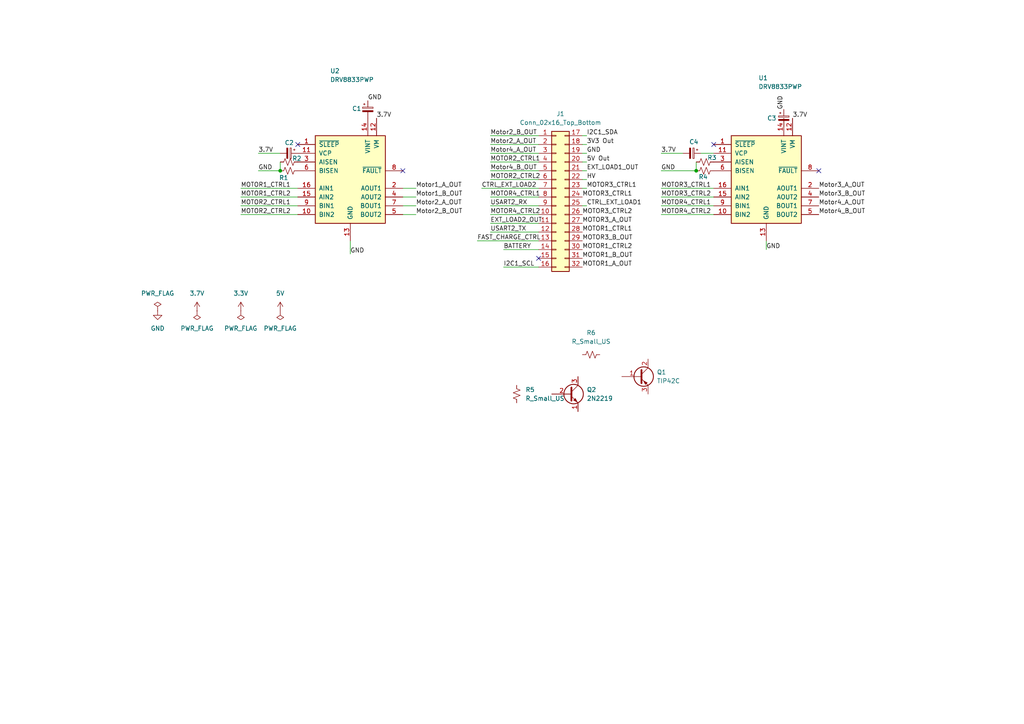
<source format=kicad_sch>
(kicad_sch (version 20231120) (generator "eeschema") (generator_version "8.0")
  (paper "A4")
  (lib_symbols
    (symbol "Connector_Generic:Conn_02x16_Top_Bottom" (pin_names (offset 1.016) hide)
      (property "Reference" "J" (at 1.27 20.32 0))
      (property "Value" "Conn_02x16_Top_Bottom" (at 1.27 -22.86 0))
      (symbol "Conn_02x16_Top_Bottom_1_1"
        (rectangle (start -1.27 -20.193) (end 0 -20.447) (stroke (width 0.1524)))
        (rectangle (start -1.27 -17.653) (end 0 -17.907) (stroke (width 0.1524)))
        (rectangle (start -1.27 -15.113) (end 0 -15.367) (stroke (width 0.1524)))
        (rectangle (start -1.27 -12.573) (end 0 -12.827) (stroke (width 0.1524)))
        (rectangle (start -1.27 -10.033) (end 0 -10.287) (stroke (width 0.1524)))
        (rectangle (start -1.27 -7.493) (end 0 -7.747) (stroke (width 0.1524)))
        (rectangle (start -1.27 -4.953) (end 0 -5.207) (stroke (width 0.1524)))
        (rectangle (start -1.27 -2.413) (end 0 -2.667) (stroke (width 0.1524)))
        (rectangle (start -1.27 0.127) (end 0 -0.127) (stroke (width 0.1524)))
        (rectangle (start -1.27 2.667) (end 0 2.413) (stroke (width 0.1524)))
        (rectangle (start -1.27 5.207) (end 0 4.953) (stroke (width 0.1524)))
        (rectangle (start -1.27 7.747) (end 0 7.493) (stroke (width 0.1524)))
        (rectangle (start -1.27 10.287) (end 0 10.033) (stroke (width 0.1524)))
        (rectangle (start -1.27 12.827) (end 0 12.573) (stroke (width 0.1524)))
        (rectangle (start -1.27 15.367) (end 0 15.113) (stroke (width 0.1524)))
        (rectangle (start -1.27 17.907) (end 0 17.653) (stroke (width 0.1524)))
        (rectangle (start -1.27 19.05) (end 3.81 -21.59) (stroke (width 0.254)) (fill (type background)))
        (rectangle (start 3.81 -20.193) (end 2.54 -20.447) (stroke (width 0.1524)))
        (rectangle (start 3.81 -17.653) (end 2.54 -17.907) (stroke (width 0.1524)))
        (rectangle (start 3.81 -15.113) (end 2.54 -15.367) (stroke (width 0.1524)))
        (rectangle (start 3.81 -12.573) (end 2.54 -12.827) (stroke (width 0.1524)))
        (rectangle (start 3.81 -10.033) (end 2.54 -10.287) (stroke (width 0.1524)))
        (rectangle (start 3.81 -7.493) (end 2.54 -7.747) (stroke (width 0.1524)))
        (rectangle (start 3.81 -4.953) (end 2.54 -5.207) (stroke (width 0.1524)))
        (rectangle (start 3.81 -2.413) (end 2.54 -2.667) (stroke (width 0.1524)))
        (rectangle (start 3.81 0.127) (end 2.54 -0.127) (stroke (width 0.1524)))
        (rectangle (start 3.81 2.667) (end 2.54 2.413) (stroke (width 0.1524)))
        (rectangle (start 3.81 5.207) (end 2.54 4.953) (stroke (width 0.1524)))
        (rectangle (start 3.81 7.747) (end 2.54 7.493) (stroke (width 0.1524)))
        (rectangle (start 3.81 10.287) (end 2.54 10.033) (stroke (width 0.1524)))
        (rectangle (start 3.81 12.827) (end 2.54 12.573) (stroke (width 0.1524)))
        (rectangle (start 3.81 15.367) (end 2.54 15.113) (stroke (width 0.1524)))
        (rectangle (start 3.81 17.907) (end 2.54 17.653) (stroke (width 0.1524)))
        (pin passive line (at -5.08 17.78 0) (length 3.81) (name "Pin_1") (number "1"))
        (pin passive line (at -5.08 -5.08 0) (length 3.81) (name "Pin_10") (number "10"))
        (pin passive line (at -5.08 -7.62 0) (length 3.81) (name "Pin_11") (number "11"))
        (pin passive line (at -5.08 -10.16 0) (length 3.81) (name "Pin_12") (number "12"))
        (pin passive line (at -5.08 -12.7 0) (length 3.81) (name "Pin_13") (number "13"))
        (pin passive line (at -5.08 -15.24 0) (length 3.81) (name "Pin_14") (number "14"))
        (pin passive line (at -5.08 -17.78 0) (length 3.81) (name "Pin_15") (number "15"))
        (pin passive line (at -5.08 -20.32 0) (length 3.81) (name "Pin_16") (number "16"))
        (pin passive line (at 7.62 17.78 180) (length 3.81) (name "Pin_17") (number "17"))
        (pin passive line (at 7.62 15.24 180) (length 3.81) (name "Pin_18") (number "18"))
        (pin passive line (at 7.62 12.7 180) (length 3.81) (name "Pin_19") (number "19"))
        (pin passive line (at -5.08 15.24 0) (length 3.81) (name "Pin_2") (number "2"))
        (pin passive line (at 7.62 10.16 180) (length 3.81) (name "Pin_20") (number "20"))
        (pin passive line (at 7.62 7.62 180) (length 3.81) (name "Pin_21") (number "21"))
        (pin passive line (at 7.62 5.08 180) (length 3.81) (name "Pin_22") (number "22"))
        (pin passive line (at 7.62 2.54 180) (length 3.81) (name "Pin_23") (number "23"))
        (pin passive line (at 7.62 0 180) (length 3.81) (name "Pin_24") (number "24"))
        (pin passive line (at 7.62 -2.54 180) (length 3.81) (name "Pin_25") (number "25"))
        (pin passive line (at 7.62 -5.08 180) (length 3.81) (name "Pin_26") (number "26"))
        (pin passive line (at 7.62 -7.62 180) (length 3.81) (name "Pin_27") (number "27"))
        (pin passive line (at 7.62 -10.16 180) (length 3.81) (name "Pin_28") (number "28"))
        (pin passive line (at 7.62 -12.7 180) (length 3.81) (name "Pin_29") (number "29"))
        (pin passive line (at -5.08 12.7 0) (length 3.81) (name "Pin_3") (number "3"))
        (pin passive line (at 7.62 -15.24 180) (length 3.81) (name "Pin_30") (number "30"))
        (pin passive line (at 7.62 -17.78 180) (length 3.81) (name "Pin_31") (number "31"))
        (pin passive line (at 7.62 -20.32 180) (length 3.81) (name "Pin_32") (number "32"))
        (pin passive line (at -5.08 10.16 0) (length 3.81) (name "Pin_4") (number "4"))
        (pin passive line (at -5.08 7.62 0) (length 3.81) (name "Pin_5") (number "5"))
        (pin passive line (at -5.08 5.08 0) (length 3.81) (name "Pin_6") (number "6"))
        (pin passive line (at -5.08 2.54 0) (length 3.81) (name "Pin_7") (number "7"))
        (pin passive line (at -5.08 0 0) (length 3.81) (name "Pin_8") (number "8"))
        (pin passive line (at -5.08 -2.54 0) (length 3.81) (name "Pin_9") (number "9"))
      )
    )
    (symbol "Device:C_Polarized_Small" (pin_numbers hide) (pin_names (offset 0.254) hide)
      (property "Reference" "C" (at 0.254 1.778 0))
      (property "Value" "C_Polarized_Small" (at 0.254 -2.032 0))
      (symbol "C_Polarized_Small_0_1"
        (rectangle (start -1.524 -0.3048) (end 1.524 -0.6858) (fill (type outline)))
        (rectangle (start -1.524 0.6858) (end 1.524 0.3048))
        (polyline (pts (xy -1.27 1.524) (xy -0.762 1.524)))
        (polyline (pts (xy -1.016 1.27) (xy -1.016 1.778)))
      )
      (symbol "C_Polarized_Small_1_1"
        (pin passive line (at 0 2.54 270) (length 1.8542) (name "~") (number "1"))
        (pin passive line (at 0 -2.54 90) (length 1.8542) (name "~") (number "2"))
      )
    )
    (symbol "Device:R_Small_US" (pin_numbers hide) (pin_names (offset 0.254) hide)
      (property "Reference" "R" (at 0.762 0.508 0))
      (property "Value" "R_Small_US" (at 0.762 -1.016 0))
      (symbol "R_Small_US_1_1"
        (polyline (pts (xy 0 0) (xy 1.016 -0.381) (xy 0 -0.762) (xy -1.016 -1.143) (xy 0 -1.524)))
        (polyline (pts (xy 0 1.524) (xy 1.016 1.143) (xy 0 0.762) (xy -1.016 0.381) (xy 0 0)))
        (pin passive line (at 0 2.54 270) (length 1.016) (name "~") (number "1"))
        (pin passive line (at 0 -2.54 90) (length 1.016) (name "~") (number "2"))
      )
    )
    (symbol "Driver_Motor:DRV8833PWP" (pin_names (offset 1.016))
      (property "Reference" "U" (at -3.81 16.51 0))
      (property "Value" "DRV8833PWP" (at -3.81 13.97 0))
      (symbol "DRV8833PWP_0_1"
        (rectangle (start -10.16 12.7) (end 10.16 -12.7) (stroke (width 0.254)) (fill (type background)))
      )
      (symbol "DRV8833PWP_1_1"
        (pin input line (at -15.24 10.16 0) (length 5.08) (name "~{SLEEP}") (number "1"))
        (pin input line (at -15.24 -10.16 0) (length 5.08) (name "BIN2") (number "10"))
        (pin bidirectional line (at -15.24 7.62 0) (length 5.08) (name "VCP") (number "11"))
        (pin power_in line (at 7.62 17.78 270) (length 5.08) (name "VM") (number "12"))
        (pin power_in line (at 0 -17.78 90) (length 5.08) (name "GND") (number "13"))
        (pin power_in line (at 5.08 17.78 270) (length 5.08) (name "VINT") (number "14"))
        (pin input line (at -15.24 -5.08 0) (length 5.08) (name "AIN2") (number "15"))
        (pin input line (at -15.24 -2.54 0) (length 5.08) (name "AIN1") (number "16"))
        (pin passive line (at 0 -17.78 90) (length 5.08) hide (name "GND") (number "17"))
        (pin power_out line (at 15.24 -2.54 180) (length 5.08) (name "AOUT1") (number "2"))
        (pin bidirectional line (at -15.24 5.08 0) (length 5.08) (name "AISEN") (number "3"))
        (pin power_out line (at 15.24 -5.08 180) (length 5.08) (name "AOUT2") (number "4"))
        (pin power_out line (at 15.24 -10.16 180) (length 5.08) (name "BOUT2") (number "5"))
        (pin bidirectional line (at -15.24 2.54 0) (length 5.08) (name "BISEN") (number "6"))
        (pin power_out line (at 15.24 -7.62 180) (length 5.08) (name "BOUT1") (number "7"))
        (pin open_collector line (at 15.24 2.54 180) (length 5.08) (name "~{FAULT}") (number "8"))
        (pin input line (at -15.24 -7.62 0) (length 5.08) (name "BIN1") (number "9"))
      )
    )
    (symbol "Transistor_BJT:2N2219" (pin_names (offset 0) hide)
      (property "Reference" "Q" (at 5.08 1.905 0))
      (property "Value" "2N2219" (at 5.08 0 0))
      (symbol "2N2219_0_1"
        (polyline (pts (xy 0.635 0.635) (xy 2.54 2.54)))
        (polyline (pts (xy 0.635 -0.635) (xy 2.54 -2.54) (xy 2.54 -2.54)))
        (polyline (pts (xy 0.635 1.905) (xy 0.635 -1.905) (xy 0.635 -1.905)) (stroke (width 0.508)))
        (polyline (pts (xy 1.27 -1.778) (xy 1.778 -1.27) (xy 2.286 -2.286) (xy 1.27 -1.778) (xy 1.27 -1.778)) (fill (type outline)))
        (circle (center 1.27 0) (radius 2.8194) (stroke (width 0.254)))
      )
      (symbol "2N2219_1_1"
        (pin passive line (at 2.54 -5.08 90) (length 2.54) (name "E") (number "1"))
        (pin passive line (at -5.08 0 0) (length 5.715) (name "B") (number "2"))
        (pin passive line (at 2.54 5.08 270) (length 2.54) (name "C") (number "3"))
      )
    )
    (symbol "Transistor_BJT:TIP42C" (pin_names (offset 0) hide)
      (property "Reference" "Q" (at 6.35 1.905 0))
      (property "Value" "TIP42C" (at 6.35 0 0))
      (symbol "TIP42C_0_1"
        (polyline (pts (xy 0.635 0.635) (xy 2.54 2.54)))
        (polyline (pts (xy 0.635 -0.635) (xy 2.54 -2.54) (xy 2.54 -2.54)))
        (polyline (pts (xy 0.635 1.905) (xy 0.635 -1.905) (xy 0.635 -1.905)) (stroke (width 0.508)))
        (polyline (pts (xy 2.286 -1.778) (xy 1.778 -2.286) (xy 1.27 -1.27) (xy 2.286 -1.778) (xy 2.286 -1.778)) (fill (type outline)))
        (circle (center 1.27 0) (radius 2.8194) (stroke (width 0.254)))
      )
      (symbol "TIP42C_1_1"
        (pin input line (at -5.08 0 0) (length 5.715) (name "B") (number "1"))
        (pin passive line (at 2.54 5.08 270) (length 2.54) (name "C") (number "2"))
        (pin passive line (at 2.54 -5.08 90) (length 2.54) (name "E") (number "3"))
      )
    )
    (symbol "power:GND" (power) (pin_numbers hide) (pin_names (offset 0) hide)
      (property "Value" "GND" (at 0 -3.81 0))
      (symbol "GND_0_1"
        (polyline (pts (xy 0 0) (xy 0 -1.27) (xy 1.27 -1.27) (xy 0 -2.54) (xy -1.27 -1.27) (xy 0 -1.27)))
      )
      (symbol "GND_1_1"
        (pin power_in line (at 0 0 270) (length 0) (name "~") (number "1"))
      )
    )
    (symbol "power:PWR_FLAG" (power) (pin_numbers hide) (pin_names (offset 0) hide)
      (property "Value" "PWR_FLAG" (at 0 3.81 0))
      (symbol "PWR_FLAG_0_0"
        (pin power_out line (at 0 0 90) (length 0) (name "~") (number "1"))
      )
      (symbol "PWR_FLAG_0_1"
        (polyline (pts (xy 0 0) (xy 0 1.27) (xy -1.016 1.905) (xy 0 2.54) (xy 1.016 1.905) (xy 0 1.27)))
      )
    )
    (symbol "power:VCC" (power) (pin_numbers hide) (pin_names (offset 0) hide)
      (property "Value" "VCC" (at 0 3.556 0))
      (symbol "VCC_0_1"
        (polyline (pts (xy -0.762 1.27) (xy 0 2.54)))
        (polyline (pts (xy 0 0) (xy 0 2.54)))
        (polyline (pts (xy 0 2.54) (xy 0.762 1.27)))
      )
      (symbol "VCC_1_1"
        (pin power_in line (at 0 0 90) (length 0) (name "~") (number "1"))
      )
    )
  )
  (junction (at 201.93 49.53))
  (junction (at 81.28 49.53))
  (no_connect (at 116.84 49.53))
  (no_connect (at 156.21 74.93))
  (no_connect (at 86.36 41.91))
  (no_connect (at 207.01 41.91))
  (no_connect (at 237.49 49.53))
  (wire (pts (xy 74.93 49.53) (xy 81.28 49.53)))
  (wire (pts (xy 142.24 64.77) (xy 156.21 64.77)))
  (wire (pts (xy 170.18 41.91) (xy 168.91 41.91)))
  (wire (pts (xy 146.05 72.39) (xy 156.21 72.39)))
  (wire (pts (xy 203.2 44.45) (xy 207.01 44.45)))
  (wire (pts (xy 142.24 59.69) (xy 156.21 59.69)))
  (wire (pts (xy 201.93 46.99) (xy 201.93 49.53)))
  (wire (pts (xy 142.24 46.99) (xy 156.21 46.99)))
  (wire (pts (xy 142.24 39.37) (xy 156.21 39.37)))
  (wire (pts (xy 69.85 54.61) (xy 86.36 54.61)))
  (wire (pts (xy 191.77 57.15) (xy 207.01 57.15)))
  (wire (pts (xy 142.24 57.15) (xy 156.21 57.15)))
  (wire (pts (xy 138.43 69.85) (xy 156.21 69.85)))
  (wire (pts (xy 191.77 44.45) (xy 198.12 44.45)))
  (wire (pts (xy 139.7 54.61) (xy 156.21 54.61)))
  (wire (pts (xy 69.85 59.69) (xy 86.36 59.69)))
  (wire (pts (xy 120.65 54.61) (xy 116.84 54.61)))
  (wire (pts (xy 74.93 44.45) (xy 81.28 44.45)))
  (wire (pts (xy 170.18 54.61) (xy 168.91 54.61)))
  (wire (pts (xy 142.24 62.23) (xy 156.21 62.23)))
  (wire (pts (xy 222.25 72.39) (xy 222.25 69.85)))
  (wire (pts (xy 142.24 67.31) (xy 156.21 67.31)))
  (wire (pts (xy 142.24 49.53) (xy 156.21 49.53)))
  (wire (pts (xy 227.33 36.83) (xy 227.33 34.29)))
  (wire (pts (xy 170.18 52.07) (xy 168.91 52.07)))
  (wire (pts (xy 101.6 73.66) (xy 101.6 69.85)))
  (wire (pts (xy 120.65 59.69) (xy 116.84 59.69)))
  (wire (pts (xy 81.28 46.99) (xy 81.28 49.53)))
  (wire (pts (xy 69.85 57.15) (xy 86.36 57.15)))
  (wire (pts (xy 191.77 62.23) (xy 207.01 62.23)))
  (wire (pts (xy 170.18 44.45) (xy 168.91 44.45)))
  (wire (pts (xy 142.24 41.91) (xy 156.21 41.91)))
  (wire (pts (xy 69.85 62.23) (xy 86.36 62.23)))
  (wire (pts (xy 170.18 59.69) (xy 168.91 59.69)))
  (wire (pts (xy 120.65 62.23) (xy 116.84 62.23)))
  (wire (pts (xy 191.77 49.53) (xy 201.93 49.53)))
  (wire (pts (xy 170.18 46.99) (xy 168.91 46.99)))
  (wire (pts (xy 146.05 77.47) (xy 156.21 77.47)))
  (wire (pts (xy 120.65 57.15) (xy 116.84 57.15)))
  (wire (pts (xy 191.77 59.69) (xy 207.01 59.69)))
  (wire (pts (xy 170.18 39.37) (xy 168.91 39.37)))
  (wire (pts (xy 142.24 44.45) (xy 156.21 44.45)))
  (wire (pts (xy 142.24 52.07) (xy 156.21 52.07)))
  (wire (pts (xy 170.18 49.53) (xy 168.91 49.53)))
  (wire (pts (xy 191.77 54.61) (xy 207.01 54.61)))
  (label "Motor1_B_OUT" (at 120.65 57.15 0))
  (label "MOTOR3_CTRL1" (at 168.91 57.15 0))
  (label "MOTOR2_CTRL1" (at 142.24 46.99 0))
  (label "MOTOR3_CTRL1" (at 191.77 54.61 0))
  (label "5V Out" (at 170.18 46.99 0))
  (label "3V3 Out" (at 170.18 41.91 0))
  (label "CTRL_EXT_LOAD1" (at 170.18 59.69 0))
  (label "GND" (at 101.6 73.66 0))
  (label "Motor4_A_OUT" (at 237.49 59.69 0))
  (label "MOTOR2_CTRL1" (at 69.85 59.69 0))
  (label "MOTOR1_B_OUT" (at 168.91 74.93 0))
  (label "MOTOR3_CTRL1" (at 170.18 54.61 0))
  (label "3.7V" (at 191.77 44.45 0))
  (label "GND" (at 170.18 44.45 0))
  (label "Motor2_A_OUT" (at 142.24 41.91 0))
  (label "Motor2_B_OUT" (at 142.24 39.37 0))
  (label "MOTOR4_CTRL2" (at 142.24 62.23 0))
  (label "3.7V" (at 229.87 34.29 0))
  (label "MOTOR3_CTRL2" (at 191.77 57.15 0))
  (label "GND" (at 222.25 72.39 0))
  (label "Motor4_A_OUT" (at 142.24 44.45 0))
  (label "MOTOR2_CTRL2" (at 69.85 62.23 0))
  (label "MOTOR3_B_OUT" (at 168.91 69.85 0))
  (label "EXT_LOAD1_OUT" (at 170.18 49.53 0))
  (label "HV" (at 170.18 52.07 0))
  (label "BATTERY" (at 146.05 72.39 0))
  (label "Motor3_A_OUT" (at 237.49 54.61 0))
  (label "Motor1_A_OUT" (at 120.65 54.61 0))
  (label "MOTOR3_CTRL2" (at 168.91 62.23 0))
  (label "MOTOR1_A_OUT" (at 168.91 77.47 0))
  (label "GND" (at 74.93 49.53 0))
  (label "Motor4_B_OUT" (at 237.49 62.23 0))
  (label "I2C1_SDA" (at 170.18 39.37 0))
  (label "USART2_TX" (at 142.24 67.31 0))
  (label "I2C1_SCL" (at 146.05 77.47 0))
  (label "FAST_CHARGE_CTRL" (at 138.43 69.85 0))
  (label "3.7V" (at 109.22 34.29 0))
  (label "Motor4_B_OUT" (at 142.24 49.53 0))
  (label "CTRL_EXT_LOAD2" (at 139.7 54.61 0))
  (label "MOTOR1_CTRL1" (at 69.85 54.61 0))
  (label "Motor2_B_OUT" (at 120.65 62.23 0))
  (label "MOTOR1_CTRL2" (at 69.85 57.15 0))
  (label "Motor2_A_OUT" (at 120.65 59.69 0))
  (label "GND" (at 227.33 31.75 90))
  (label "MOTOR4_CTRL1" (at 191.77 59.69 0))
  (label "MOTOR4_CTRL2" (at 191.77 62.23 0))
  (label "USART2_RX" (at 142.24 59.69 0))
  (label "EXT_LOAD2_OUT" (at 142.24 64.77 0))
  (label "GND" (at 106.68 29.21 0))
  (label "3.7V" (at 74.93 44.45 0))
  (label "MOTOR4_CTRL1" (at 142.24 57.15 0))
  (label "Motor3_B_OUT" (at 237.49 57.15 0))
  (label "GND" (at 191.77 49.53 0))
  (label "MOTOR1_CTRL1" (at 168.91 67.31 0))
  (label "MOTOR1_CTRL2" (at 168.91 72.39 0))
  (label "MOTOR2_CTRL2" (at 142.24 52.07 0))
  (label "MOTOR3_A_OUT" (at 168.91 64.77 0))
  (symbol (lib_id "Device:R_Small_US") (at 204.47 49.53 90) (unit 1)
    (property "Reference" "R4" (at 203.962 51.308 90))
    (property "Value" "R_Small_US" (effects (hide yes)))
    (property "Description" "Resistor, small US symbol" (effects (hide yes)))
  )
  (symbol (lib_id "power:VCC") (at 81.28 90.17 0) (unit 1)
    (property "Reference" "#PWR04" (effects (hide yes)))
    (property "Value" "5V" (at 81.28 85.09 0))
    (property "Description" "Power symbol creates a global label with name \"VCC\"" (effects (hide yes)))
  )
  (symbol (lib_id "power:GND") (at 45.72 90.17 0) (unit 1)
    (property "Reference" "#PWR01" (effects (hide yes)))
    (property "Value" "GND" (at 45.72 95.25 0))
    (property "Description" "Power symbol creates a global label with name \"GND\" , ground" (effects (hide yes)))
  )
  (symbol (lib_id "Driver_Motor:DRV8833PWP") (at 222.25 52.07 0) (unit 1)
    (property "Reference" "U1" (at 219.964 22.606 0) (effects (justify left)))
    (property "Value" "DRV8833PWP" (at 219.964 25.146 0) (effects (justify left)))
    (property "Footprint" "Package_SO:HTSSOP-16-1EP_4.4x5mm_P0.65mm_EP3.4x5mm_Mask2.46x2.31mm_ThermalVias" (effects (hide yes)))
    (property "Datasheet" "http://www.ti.com/lit/ds/symlink/drv8833.pdf" (effects (hide yes)))
    (property "Description" "Dual H-Bridge Motor Driver, HTSSOP-16" (effects (hide yes)))
  )
  (symbol (lib_id "Device:C_Polarized_Small") (at 227.33 34.29 0) (unit 1)
    (property "Reference" "C3" (at 222.504 34.29 0) (effects (justify left)))
    (property "Value" "C_Polarized_Small" (effects (hide yes)))
    (property "Description" "Polarized capacitor, small symbol" (effects (hide yes)))
  )
  (symbol (lib_id "Device:C_Polarized_Small") (at 200.66 44.45 270) (unit 1)
    (property "Reference" "C4" (at 199.898 41.148 90) (effects (justify left)))
    (property "Value" "C_Polarized_Small" (effects (hide yes)))
    (property "Description" "Polarized capacitor, small symbol" (effects (hide yes)))
  )
  (symbol (lib_id "Device:C_Polarized_Small") (at 83.82 44.45 270) (unit 1)
    (property "Reference" "C2" (at 82.55 41.402 90) (effects (justify left)))
    (property "Value" "C_Polarized_Small" (effects (hide yes)))
    (property "Description" "Polarized capacitor, small symbol" (effects (hide yes)))
  )
  (symbol (lib_id "power:VCC") (at 57.15 90.17 0) (unit 1)
    (property "Reference" "#PWR02" (effects (hide yes)))
    (property "Value" "3.7V" (at 57.15 85.09 0))
    (property "Description" "Power symbol creates a global label with name \"VCC\"" (effects (hide yes)))
  )
  (symbol (lib_id "power:PWR_FLAG") (at 57.15 90.17 180) (unit 1)
    (property "Reference" "#FLG02" (effects (hide yes)))
    (property "Value" "PWR_FLAG" (at 57.15 95.25 0))
    (property "Description" "Special symbol for telling ERC where power comes from" (effects (hide yes)))
  )
  (symbol (lib_id "Device:R_Small_US") (at 204.47 46.99 90) (unit 1)
    (property "Reference" "R3" (at 206.502 45.72 90))
    (property "Value" "R2" (effects (hide yes)))
    (property "Description" "Resistor, small US symbol" (effects (hide yes)))
  )
  (symbol (lib_id "power:VCC") (at 69.85 90.17 0) (unit 1)
    (property "Reference" "#PWR03" (effects (hide yes)))
    (property "Value" "3.3V" (at 69.85 85.09 0))
    (property "Description" "Power symbol creates a global label with name \"VCC\"" (effects (hide yes)))
  )
  (symbol (lib_id "Connector_Generic:Conn_02x16_Top_Bottom") (at 161.29 57.15 0) (unit 1)
    (property "Reference" "J1" (at 162.56 33.02 0))
    (property "Value" "Conn_02x16_Top_Bottom" (at 162.56 35.56 0))
    (property "Description" "Generic connector, double row, 02x16, top/bottom pin numbering scheme (row 1: 1...pins_per_row, row2: pins_per_row+1 ... num_pins), script generated (kicad-library-utils/schlib/autogen/connector/)" (effects (hide yes)))
  )
  (symbol (lib_id "power:PWR_FLAG") (at 45.72 90.17 0) (unit 1)
    (property "Reference" "#FLG01" (effects (hide yes)))
    (property "Value" "PWR_FLAG" (at 45.72 85.09 0))
    (property "Description" "Special symbol for telling ERC where power comes from" (effects (hide yes)))
  )
  (symbol (lib_id "Device:R_Small_US") (at 83.82 49.53 90) (unit 1)
    (property "Reference" "R1" (at 82.296 51.562 90))
    (property "Value" "R_Small_US" (effects (hide yes)))
    (property "Description" "Resistor, small US symbol" (effects (hide yes)))
  )
  (symbol (lib_id "Transistor_BJT:TIP42C") (at 185.42 109.22 0) (unit 1)
    (property "Reference" "Q1" (at 190.5 107.9499 0) (effects (justify left)))
    (property "Value" "TIP42C" (at 190.5 110.4899 0) (effects (justify left)))
    (property "Footprint" "Package_TO_SOT_THT:TO-220-3_Vertical" (effects (hide yes)))
    (property "Datasheet" "https://www.centralsemi.com/get_document.php?cmp=1&mergetype=pd&mergepath=pd&pdf_id=TIP42.PDF" (effects (hide yes)))
    (property "Description" "-6A Ic, -100V Vce, Power PNP Transistor, TO-220" (effects (hide yes)))
  )
  (symbol (lib_id "Device:R_Small_US") (at 171.45 102.87 90) (unit 1)
    (property "Reference" "R6" (at 171.45 96.52 90))
    (property "Value" "R_Small_US" (at 171.45 99.06 90))
    (property "Description" "Resistor, small US symbol" (effects (hide yes)))
  )
  (symbol (lib_id "Driver_Motor:DRV8833PWP") (at 101.6 52.07 0) (unit 1)
    (property "Reference" "U2" (at 95.758 20.574 0) (effects (justify left)))
    (property "Value" "DRV8833PWP" (at 95.758 23.114 0) (effects (justify left)))
    (property "Footprint" "Package_SO:HTSSOP-16-1EP_4.4x5mm_P0.65mm_EP3.4x5mm_Mask2.46x2.31mm_ThermalVias" (effects (hide yes)))
    (property "Datasheet" "http://www.ti.com/lit/ds/symlink/drv8833.pdf" (effects (hide yes)))
    (property "Description" "Dual H-Bridge Motor Driver, HTSSOP-16" (effects (hide yes)))
  )
  (symbol (lib_id "power:PWR_FLAG") (at 69.85 90.17 180) (unit 1)
    (property "Reference" "#FLG03" (effects (hide yes)))
    (property "Value" "PWR_FLAG" (at 69.85 95.25 0))
    (property "Description" "Special symbol for telling ERC where power comes from" (effects (hide yes)))
  )
  (symbol (lib_id "Device:C_Polarized_Small") (at 106.68 31.75 0) (unit 1)
    (property "Reference" "C1" (at 102.108 31.496 0) (effects (justify left)))
    (property "Value" "C_Polarized_Small" (effects (hide yes)))
    (property "Description" "Polarized capacitor, small symbol" (effects (hide yes)))
  )
  (symbol (lib_id "Device:R_Small_US") (at 149.86 114.3 0) (unit 1)
    (property "Reference" "R5" (at 152.4 113.0299 0) (effects (justify left)))
    (property "Value" "R_Small_US" (at 152.4 115.5699 0) (effects (justify left)))
    (property "Description" "Resistor, small US symbol" (effects (hide yes)))
  )
  (symbol (lib_id "Device:R_Small_US") (at 83.82 46.99 90) (unit 1)
    (property "Reference" "R2" (at 86.106 45.974 90))
    (property "Value" "R_Small_US" (effects (hide yes)))
    (property "Description" "Resistor, small US symbol" (effects (hide yes)))
  )
  (symbol (lib_id "power:PWR_FLAG") (at 81.28 90.17 180) (unit 1)
    (property "Reference" "#FLG04" (effects (hide yes)))
    (property "Value" "PWR_FLAG" (at 81.28 95.25 0))
    (property "Description" "Special symbol for telling ERC where power comes from" (effects (hide yes)))
  )
  (symbol (lib_id "Transistor_BJT:2N2219") (at 165.1 114.3 0) (unit 1)
    (property "Reference" "Q2" (at 170.18 113.0299 0) (effects (justify left)))
    (property "Value" "2N2219" (at 170.18 115.5699 0) (effects (justify left)))
    (property "Footprint" "Package_TO_SOT_THT:TO-39-3" (effects (hide yes)))
    (property "Datasheet" "http://www.onsemi.com/pub_link/Collateral/2N2219-D.PDF" (effects (hide yes)))
    (property "Description" "800mA Ic, 50V Vce, NPN Transistor, TO-39" (effects (hide yes)))
  )
)
</source>
